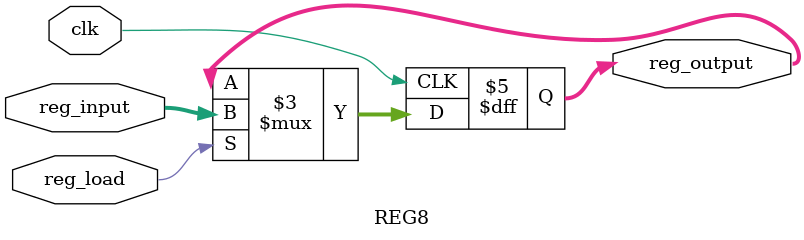
<source format=v>
`timescale 1ns / 1ps

module REG8(
    input [7:0] reg_input,
    output reg[7:0] reg_output,
    input reg_load,
    input clk
    );
   always @(posedge clk)
     if (reg_load ==1)
	     reg_output<= reg_input;
	     
endmodule

</source>
